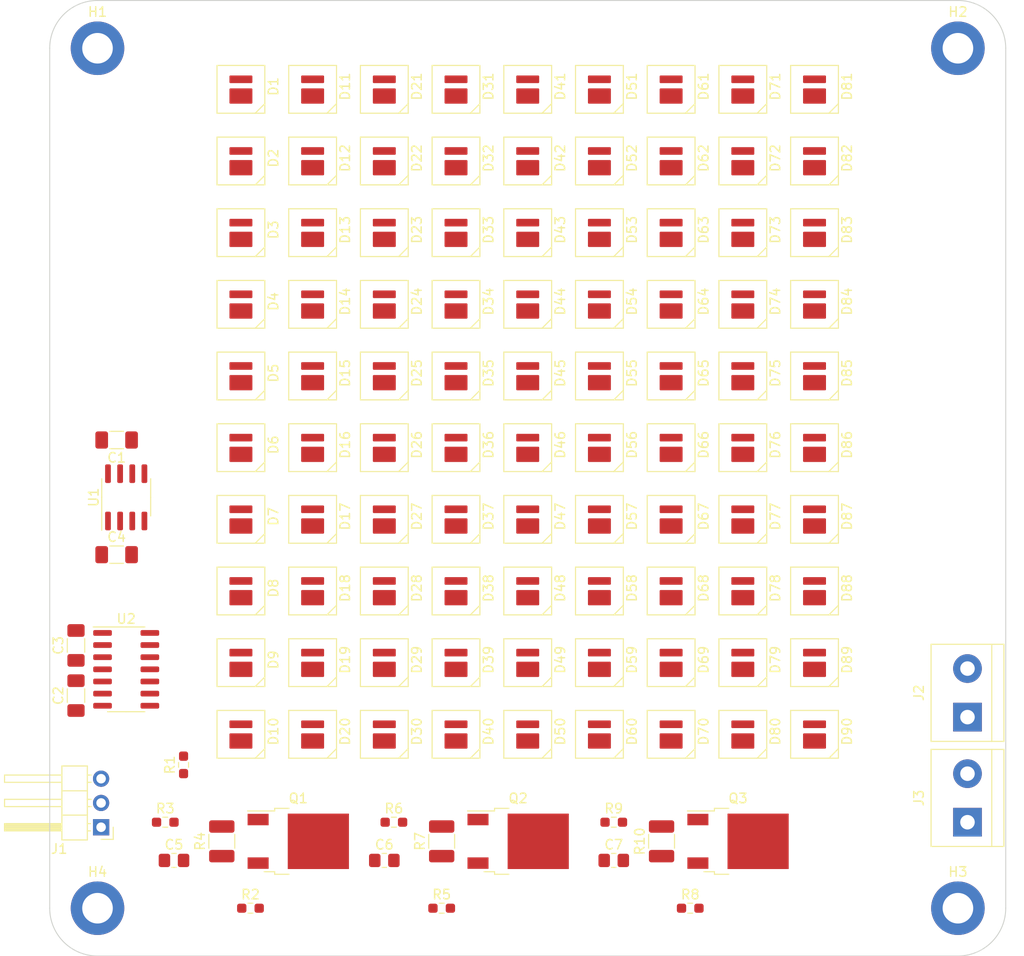
<source format=kicad_pcb>
(kicad_pcb (version 20211014) (generator pcbnew)
  (layers (0 "F.Cu" signal) (31 "B.Cu" signal) (34 "B.Paste" user) (35 "F.Paste" user) (36 "B.SilkS" user "B.Silkscreen") (37 "F.SilkS" user "F.Silkscreen") (38 "B.Mask" user) (39 "F.Mask" user) (44 "Edge.Cuts" user))
  (net 0 "")
  (net 1 "GND")
  (net 2 "+36V")
  (net 3 "+24V")
  (net 4 "Net-(C5-Pad1)")
  (net 5 "Net-(C5-Pad2)")
  (net 6 "Net-(C6-Pad1)")
  (net 7 "Net-(C6-Pad2)")
  (net 8 "Net-(C7-Pad1)")
  (net 9 "Net-(C7-Pad2)")
  (net 10 "Net-(D1-Pad1)")
  (net 11 "Net-(D2-Pad1)")
  (net 12 "Net-(D3-Pad1)")
  (net 13 "Net-(D4-Pad1)")
  (net 14 "Net-(D5-Pad1)")
  (net 15 "Net-(D6-Pad1)")
  (net 16 "Net-(D7-Pad1)")
  (net 17 "Net-(D8-Pad1)")
  (net 18 "Net-(D10-Pad2)")
  (net 19 "Net-(D10-Pad1)")
  (net 20 "Net-(D11-Pad1)")
  (net 21 "Net-(D12-Pad1)")
  (net 22 "Net-(D13-Pad1)")
  (net 23 "Net-(D14-Pad1)")
  (net 24 "Net-(D15-Pad1)")
  (net 25 "Net-(D16-Pad1)")
  (net 26 "Net-(D17-Pad1)")
  (net 27 "Net-(D18-Pad1)")
  (net 28 "Net-(D19-Pad1)")
  (net 29 "Net-(D21-Pad1)")
  (net 30 "Net-(D22-Pad1)")
  (net 31 "Net-(D23-Pad1)")
  (net 32 "Net-(D24-Pad1)")
  (net 33 "Net-(D25-Pad1)")
  (net 34 "Net-(D26-Pad1)")
  (net 35 "Net-(D27-Pad1)")
  (net 36 "Net-(D28-Pad1)")
  (net 37 "Net-(D29-Pad1)")
  (net 38 "Net-(D31-Pad1)")
  (net 39 "Net-(D32-Pad1)")
  (net 40 "Net-(D33-Pad1)")
  (net 41 "Net-(D34-Pad1)")
  (net 42 "Net-(D35-Pad1)")
  (net 43 "Net-(D36-Pad1)")
  (net 44 "Net-(D37-Pad1)")
  (net 45 "Net-(D38-Pad1)")
  (net 46 "Net-(D39-Pad1)")
  (net 47 "Net-(D40-Pad1)")
  (net 48 "Net-(D41-Pad1)")
  (net 49 "Net-(D42-Pad1)")
  (net 50 "Net-(D43-Pad1)")
  (net 51 "Net-(D44-Pad1)")
  (net 52 "Net-(D45-Pad1)")
  (net 53 "Net-(D46-Pad1)")
  (net 54 "Net-(D47-Pad1)")
  (net 55 "Net-(D48-Pad1)")
  (net 56 "Net-(D49-Pad1)")
  (net 57 "Net-(D51-Pad1)")
  (net 58 "Net-(D52-Pad1)")
  (net 59 "Net-(D53-Pad1)")
  (net 60 "Net-(D54-Pad1)")
  (net 61 "Net-(D55-Pad1)")
  (net 62 "Net-(D56-Pad1)")
  (net 63 "Net-(D57-Pad1)")
  (net 64 "Net-(D58-Pad1)")
  (net 65 "Net-(D59-Pad1)")
  (net 66 "Net-(D61-Pad1)")
  (net 67 "Net-(D62-Pad1)")
  (net 68 "Net-(D63-Pad1)")
  (net 69 "Net-(D64-Pad1)")
  (net 70 "Net-(D65-Pad1)")
  (net 71 "Net-(D66-Pad1)")
  (net 72 "Net-(D67-Pad1)")
  (net 73 "Net-(D68-Pad1)")
  (net 74 "Net-(D69-Pad1)")
  (net 75 "Net-(D70-Pad1)")
  (net 76 "Net-(D71-Pad1)")
  (net 77 "Net-(D72-Pad1)")
  (net 78 "Net-(D73-Pad1)")
  (net 79 "Net-(D74-Pad1)")
  (net 80 "Net-(D75-Pad1)")
  (net 81 "Net-(D76-Pad1)")
  (net 82 "Net-(D77-Pad1)")
  (net 83 "Net-(D78-Pad1)")
  (net 84 "Net-(D79-Pad1)")
  (net 85 "Net-(D81-Pad1)")
  (net 86 "Net-(D82-Pad1)")
  (net 87 "Net-(D83-Pad1)")
  (net 88 "Net-(D84-Pad1)")
  (net 89 "Net-(D85-Pad1)")
  (net 90 "Net-(D86-Pad1)")
  (net 91 "Net-(D87-Pad1)")
  (net 92 "Net-(D88-Pad1)")
  (net 93 "Net-(D89-Pad1)")
  (net 94 "Net-(J1-Pad2)")
  (net 95 "Net-(Q1-Pad1)")
  (net 96 "Net-(Q1-Pad3)")
  (net 97 "Net-(Q2-Pad1)")
  (net 98 "Net-(Q2-Pad3)")
  (net 99 "Net-(Q3-Pad1)")
  (net 100 "Net-(Q3-Pad3)")
  (net 101 "Net-(R1-Pad1)")
  (net 102 "/I_SET")
  (footprint "ClementsFootprints:LED_1212_3030METRIC_MP-3030" (layer "F.Cu") (at 150 59 90)
    (fp_text reference "D41" (at 0 3.4 90 unlocked) (layer "F.SilkS"))
    (fp_text value "3000k LED")
    (pad "1" smd roundrect (at -1 0 90) (size 1.6 2.4) (layers "F.Cu" "F.Paste" "F.Mask") (roundrect_rratio 0.0625) (net 48 "Net-(D41-Pad1)"))
    (pad "2" smd roundrect (at 0.75 0 90) (size 0.8 2.4) (layers "F.Cu" "F.Paste" "F.Mask") (roundrect_rratio 0.125) (net 2 "+36V"))
  )
  (footprint "ClementsFootprints:LED_1212_3030METRIC_MP-3030" (layer "F.Cu") (at 142.5 111.5 90)
    (fp_text reference "D38" (at 0 3.4 90 unlocked) (layer "F.SilkS"))
    (fp_text value "3000k LED")
    (pad "1" smd roundrect (at -1 0 90) (size 1.6 2.4) (layers "F.Cu" "F.Paste" "F.Mask") (roundrect_rratio 0.0625) (net 45 "Net-(D38-Pad1)"))
    (pad "2" smd roundrect (at 0.75 0 90) (size 0.8 2.4) (layers "F.Cu" "F.Paste" "F.Mask") (roundrect_rratio 0.125) (net 44 "Net-(D37-Pad1)"))
  )
  (footprint "Resistor_SMD:R_0603_1608Metric_Pad0.98x0.95mm_HandSolder" (layer "F.Cu") (at 112.0875 136)
    (fp_text reference "R3" (at 0 -1.43) (layer "F.SilkS"))
    (fp_text value "100R")
    (pad "1" smd roundrect (at -0.9125 0) (size 0.975 0.95) (layers "F.Cu" "F.Paste" "F.Mask") (net 4 "Net-(C5-Pad1)"))
    (pad "2" smd roundrect (at 0.9125 0) (size 0.975 0.95) (layers "F.Cu" "F.Paste" "F.Mask") (net 95 "Net-(Q1-Pad1)"))
  )
  (footprint "ClementsFootprints:LED_1212_3030METRIC_MP-3030" (layer "F.Cu") (at 165 96.5 90)
    (fp_text reference "D66" (at 0 3.4 90 unlocked) (layer "F.SilkS"))
    (fp_text value "3000k LED")
    (pad "1" smd roundrect (at -1 0 90) (size 1.6 2.4) (layers "F.Cu" "F.Paste" "F.Mask") (roundrect_rratio 0.0625) (net 71 "Net-(D66-Pad1)"))
    (pad "2" smd roundrect (at 0.75 0 90) (size 0.8 2.4) (layers "F.Cu" "F.Paste" "F.Mask") (roundrect_rratio 0.125) (net 70 "Net-(D65-Pad1)"))
  )
  (footprint "ClementsFootprints:LED_1212_3030METRIC_MP-3030" (layer "F.Cu") (at 120 74 90)
    (fp_text reference "D3" (at 0 3.4 90 unlocked) (layer "F.SilkS"))
    (fp_text value "3000k LED")
    (pad "1" smd roundrect (at -1 0 90) (size 1.6 2.4) (layers "F.Cu" "F.Paste" "F.Mask") (roundrect_rratio 0.0625) (net 12 "Net-(D3-Pad1)"))
    (pad "2" smd roundrect (at 0.75 0 90) (size 0.8 2.4) (layers "F.Cu" "F.Paste" "F.Mask") (roundrect_rratio 0.125) (net 11 "Net-(D2-Pad1)"))
  )
  (footprint "ClementsFootprints:LED_1212_3030METRIC_MP-3030" (layer "F.Cu") (at 127.5 59 90)
    (fp_text reference "D11" (at 0 3.4 90 unlocked) (layer "F.SilkS"))
    (fp_text value "3000k LED")
    (pad "1" smd roundrect (at -1 0 90) (size 1.6 2.4) (layers "F.Cu" "F.Paste" "F.Mask") (roundrect_rratio 0.0625) (net 20 "Net-(D11-Pad1)"))
    (pad "2" smd roundrect (at 0.75 0 90) (size 0.8 2.4) (layers "F.Cu" "F.Paste" "F.Mask") (roundrect_rratio 0.125) (net 2 "+36V"))
  )
  (footprint "ClementsFootprints:LED_1212_3030METRIC_MP-3030" (layer "F.Cu") (at 150 111.5 90)
    (fp_text reference "D48" (at 0 3.4 90 unlocked) (layer "F.SilkS"))
    (fp_text value "3000k LED")
    (pad "1" smd roundrect (at -1 0 90) (size 1.6 2.4) (layers "F.Cu" "F.Paste" "F.Mask") (roundrect_rratio 0.0625) (net 55 "Net-(D48-Pad1)"))
    (pad "2" smd roundrect (at 0.75 0 90) (size 0.8 2.4) (layers "F.Cu" "F.Paste" "F.Mask") (roundrect_rratio 0.125) (net 54 "Net-(D47-Pad1)"))
  )
  (footprint "Resistor_SMD:R_0805_2012Metric_Pad1.20x1.40mm_HandSolder" (layer "F.Cu") (at 113 140)
    (fp_text reference "C5" (at 0 -1.65) (layer "F.SilkS"))
    (fp_text value "10nF")
    (pad "1" smd roundrect (at -1 0) (size 1.2 1.4) (layers "F.Cu" "F.Paste" "F.Mask") (roundrect_rratio 0.208333) (net 4 "Net-(C5-Pad1)"))
    (pad "2" smd roundrect (at 1 0) (size 1.2 1.4) (layers "F.Cu" "F.Paste" "F.Mask") (roundrect_rratio 0.208333) (net 5 "Net-(C5-Pad2)"))
  )
  (footprint "ClementsFootprints:LED_1212_3030METRIC_MP-3030" (layer "F.Cu") (at 120 89 90)
    (fp_text reference "D5" (at 0 3.4 90 unlocked) (layer "F.SilkS"))
    (fp_text value "3000k LED")
    (pad "1" smd roundrect (at -1 0 90) (size 1.6 2.4) (layers "F.Cu" "F.Paste" "F.Mask") (roundrect_rratio 0.0625) (net 14 "Net-(D5-Pad1)"))
    (pad "2" smd roundrect (at 0.75 0 90) (size 0.8 2.4) (layers "F.Cu" "F.Paste" "F.Mask") (roundrect_rratio 0.125) (net 13 "Net-(D4-Pad1)"))
  )
  (footprint "ClementsFootprints:LED_1212_3030METRIC_MP-3030" (layer "F.Cu") (at 180 74 90)
    (fp_text reference "D83" (at 0 3.4 90 unlocked) (layer "F.SilkS"))
    (fp_text value "3000k LED")
    (pad "1" smd roundrect (at -1 0 90) (size 1.6 2.4) (layers "F.Cu" "F.Paste" "F.Mask") (roundrect_rratio 0.0625) (net 87 "Net-(D83-Pad1)"))
    (pad "2" smd roundrect (at 0.75 0 90) (size 0.8 2.4) (layers "F.Cu" "F.Paste" "F.Mask") (roundrect_rratio 0.125) (net 86 "Net-(D82-Pad1)"))
  )
  (footprint "ClementsFootprints:LED_1212_3030METRIC_MP-3030" (layer "F.Cu") (at 120 104 90)
    (fp_text reference "D7" (at 0 3.4 90 unlocked) (layer "F.SilkS"))
    (fp_text value "3000k LED")
    (pad "1" smd roundrect (at -1 0 90) (size 1.6 2.4) (layers "F.Cu" "F.Paste" "F.Mask") (roundrect_rratio 0.0625) (net 16 "Net-(D7-Pad1)"))
    (pad "2" smd roundrect (at 0.75 0 90) (size 0.8 2.4) (layers "F.Cu" "F.Paste" "F.Mask") (roundrect_rratio 0.125) (net 15 "Net-(D6-Pad1)"))
  )
  (footprint "ClementsFootprints:LED_1212_3030METRIC_MP-3030" (layer "F.Cu") (at 180 81.5 90)
    (fp_text reference "D84" (at 0 3.4 90 unlocked) (layer "F.SilkS"))
    (fp_text value "3000k LED")
    (pad "1" smd roundrect (at -1 0 90) (size 1.6 2.4) (layers "F.Cu" "F.Paste" "F.Mask") (roundrect_rratio 0.0625) (net 88 "Net-(D84-Pad1)"))
    (pad "2" smd roundrect (at 0.75 0 90) (size 0.8 2.4) (layers "F.Cu" "F.Paste" "F.Mask") (roundrect_rratio 0.125) (net 87 "Net-(D83-Pad1)"))
  )
  (footprint "ClementsFootprints:LED_1212_3030METRIC_MP-3030" (layer "F.Cu") (at 127.5 96.5 90)
    (fp_text reference "D16" (at 0 3.4 90 unlocked) (layer "F.SilkS"))
    (fp_text value "3000k LED")
    (pad "1" smd roundrect (at -1 0 90) (size 1.6 2.4) (layers "F.Cu" "F.Paste" "F.Mask") (roundrect_rratio 0.0625) (net 25 "Net-(D16-Pad1)"))
    (pad "2" smd roundrect (at 0.75 0 90) (size 0.8 2.4) (layers "F.Cu" "F.Paste" "F.Mask") (roundrect_rratio 0.125) (net 24 "Net-(D15-Pad1)"))
  )
  (footprint "Resistor_SMD:R_1210_3225Metric_Pad1.30x2.65mm_HandSolder" (layer "F.Cu") (at 141 138 90)
    (fp_text reference "R7" (at 0 -2.28 90) (layer "F.SilkS"))
    (fp_text value "1R")
    (pad "1" smd roundrect (at -1.55 0 90) (size 1.3 2.65) (layers "F.Cu" "F.Paste" "F.Mask") (roundrect_rratio 0.192308) (net 98 "Net-(Q2-Pad3)"))
    (pad "2" smd roundrect (at 1.55 0 90) (size 1.3 2.65) (layers "F.Cu" "F.Paste" "F.Mask") (roundrect_rratio 0.192308) (net 1 "GND"))
  )
  (footprint "ClementsFootprints:LED_1212_3030METRIC_MP-3030" (layer "F.Cu") (at 165 74 90)
    (fp_text reference "D63" (at 0 3.4 90 unlocked) (layer "F.SilkS"))
    (fp_text value "3000k LED")
    (pad "1" smd roundrect (at -1 0 90) (size 1.6 2.4) (layers "F.Cu" "F.Paste" "F.Mask") (roundrect_rratio 0.0625) (net 68 "Net-(D63-Pad1)"))
    (pad "2" smd roundrect (at 0.75 0 90) (size 0.8 2.4) (layers "F.Cu" "F.Paste" "F.Mask") (roundrect_rratio 0.125) (net 67 "Net-(D62-Pad1)"))
  )
  (footprint "ClementsFootprints:LED_1212_3030METRIC_MP-3030" (layer "F.Cu") (at 127.5 66.5 90)
    (fp_text reference "D12" (at 0 3.4 90 unlocked) (layer "F.SilkS"))
    (fp_text value "3000k LED")
    (pad "1" smd roundrect (at -1 0 90) (size 1.6 2.4) (layers "F.Cu" "F.Paste" "F.Mask") (roundrect_rratio 0.0625) (net 21 "Net-(D12-Pad1)"))
    (pad "2" smd roundrect (at 0.75 0 90) (size 0.8 2.4) (layers "F.Cu" "F.Paste" "F.Mask") (roundrect_rratio 0.125) (net 20 "Net-(D11-Pad1)"))
  )
  (footprint "Capacitor_SMD:C_1206_3216Metric_Pad1.33x1.80mm_HandSolder" (layer "F.Cu") (at 107 96 180)
    (fp_text reference "C1" (at 0 -1.85) (layer "F.SilkS"))
    (fp_text value "100nF")
    (pad "1" smd roundrect (at -1.5625 0 180) (size 1.325 1.8) (layers "F.Cu" "F.Paste" "F.Mask") (roundrect_rratio 0.188679) (net 1 "GND"))
    (pad "2" smd roundrect (at 1.5625 0 180) (size 1.325 1.8) (layers "F.Cu" "F.Paste" "F.Mask") (roundrect_rratio 0.188679) (net 2 "+36V"))
  )
  (footprint "Resistor_SMD:R_0603_1608Metric_Pad0.98x0.95mm_HandSolder" (layer "F.Cu") (at 114 130 90)
    (fp_text reference "R1" (at 0 -1.43 90) (layer "F.SilkS"))
    (fp_text value "0R")
    (pad "1" smd roundrect (at -0.9125 0 90) (size 0.975 0.95) (layers "F.Cu" "F.Paste" "F.Mask") (net 101 "Net-(R1-Pad1)"))
    (pad "2" smd roundrect (at 0.9125 0 90) (size 0.975 0.95) (layers "F.Cu" "F.Paste" "F.Mask") (net 102 "/I_SET"))
  )
  (footprint "Connector_PinHeader_2.54mm:PinHeader_1x03_P2.54mm_Horizontal" (layer "F.Cu") (at 105.375 136.525 180)
    (fp_text reference "J1" (at 4.385 -2.27) (layer "F.SilkS"))
    (fp_text value "Conn_01x03")
    (pad "1" thru_hole rect (at 0 0 180) (size 1.7 1.7) (drill 1) (layers *.Cu *.Mask) (net 1 "GND"))
    (pad "2" thru_hole oval (at 0 2.54 180) (size 1.7 1.7) (drill 1) (layers *.Cu *.Mask) (net 94 "Net-(J1-Pad2)"))
    (pad "3" thru_hole oval (at 0 5.08 180) (size 1.7 1.7) (drill 1) (layers *.Cu *.Mask) (net 3 "+24V"))
  )
  (footprint "ClementsFootprints:LED_1212_3030METRIC_MP-3030" (layer "F.Cu") (at 142.5 96.5 90)
    (fp_text reference "D36" (at 0 3.4 90 unlocked) (layer "F.SilkS"))
    (fp_text value "3000k LED")
    (pad "1" smd roundrect (at -1 0 90) (size 1.6 2.4) (layers "F.Cu" "F.Paste" "F.Mask") (roundrect_rratio 0.0625) (net 43 "Net-(D36-Pad1)"))
    (pad "2" smd roundrect (at 0.75 0 90) (size 0.8 2.4) (layers "F.Cu" "F.Paste" "F.Mask") (roundrect_rratio 0.125) (net 42 "Net-(D35-Pad1)"))
  )
  (footprint "ClementsFootprints:LED_1212_3030METRIC_MP-3030" (layer "F.Cu") (at 135 81.5 90)
    (fp_text reference "D24" (at 0 3.4 90 unlocked) (layer "F.SilkS"))
    (fp_text value "3000k LED")
    (pad "1" smd roundrect (at -1 0 90) (size 1.6 2.4) (layers "F.Cu" "F.Paste" "F.Mask") (roundrect_rratio 0.0625) (net 32 "Net-(D24-Pad1)"))
    (pad "2" smd roundrect (at 0.75 0 90) (size 0.8 2.4) (layers "F.Cu" "F.Paste" "F.Mask") (roundrect_rratio 0.125) (net 31 "Net-(D23-Pad1)"))
  )
  (footprint "TerminalBlock:TerminalBlock_bornier-2_P5.08mm" (layer "F.Cu") (at 196 136 90)
    (fp_text reference "J3" (at 2.54 -5.08 90) (layer "F.SilkS"))
    (fp_text value "Screw_Terminal_01x02")
    (pad "1" thru_hole rect (at 0 0 90) (size 3 3) (drill 1.52) (layers *.Cu *.Mask) (net 1 "GND"))
    (pad "2" thru_hole circle (at 5.08 0 90) (size 3 3) (drill 1.52) (layers *.Cu *.Mask) (net 1 "GND"))
  )
  (footprint "ClementsFootprints:LED_1212_3030METRIC_MP-3030" (layer "F.Cu") (at 180 59 90)
    (fp_text reference "D81" (at 0 3.4 90 unlocked) (layer "F.SilkS"))
    (fp_text value "3000k LED")
    (pad "1" smd roundrect (at -1 0 90) (size 1.6 2.4) (layers "F.Cu" "F.Paste" "F.Mask") (roundrect_rratio 0.0625) (net 85 "Net-(D81-Pad1)"))
    (pad "2" smd roundrect (at 0.75 0 90) (size 0.8 2.4) (layers "F.Cu" "F.Paste" "F.Mask") (roundrect_rratio 0.125) (net 2 "+36V"))
  )
  (footprint "ClementsFootprints:LED_1212_3030METRIC_MP-3030" (layer "F.Cu") (at 157.5 111.5 90)
    (fp_text reference "D58" (at 0 3.4 90 unlocked) (layer "F.SilkS"))
    (fp_text value "3000k LED")
    (pad "1" smd roundrect (at -1 0 90) (size 1.6 2.4) (layers "F.Cu" "F.Paste" "F.Mask") (roundrect_rratio 0.0625) (net 64 "Net-(D58-Pad1)"))
    (pad "2" smd roundrect (at 0.75 0 90) (size 0.8 2.4) (layers "F.Cu" "F.Paste" "F.Mask") (roundrect_rratio 0.125) (net 63 "Net-(D57-Pad1)"))
  )
  (footprint "ClementsFootprints:LED_1212_3030METRIC_MP-3030" (layer "F.Cu") (at 127.5 74 90)
    (fp_text reference "D13" (at 0 3.4 90 unlocked) (layer "F.SilkS"))
    (fp_text value "3000k LED")
    (pad "1" smd roundrect (at -1 0 90) (size 1.6 2.4) (layers "F.Cu" "F.Paste" "F.Mask") (roundrect_rratio 0.0625) (net 22 "Net-(D13-Pad1)"))
    (pad "2" smd roundrect (at 0.75 0 90) (size 0.8 2.4) (layers "F.Cu" "F.Paste" "F.Mask") (roundrect_rratio 0.125) (net 21 "Net-(D12-Pad1)"))
  )
  (footprint "ClementsFootprints:LED_1212_3030METRIC_MP-3030" (layer "F.Cu") (at 180 89 90)
    (fp_text reference "D85" (at 0 3.4 90 unlocked) (layer "F.SilkS"))
    (fp_text value "3000k LED")
    (pad "1" smd roundrect (at -1 0 90) (size 1.6 2.4) (layers "F.Cu" "F.Paste" "F.Mask") (roundrect_rratio 0.0625) (net 89 "Net-(D85-Pad1)"))
    (pad "2" smd roundrect (at 0.75 0 90) (size 0.8 2.4) (layers "F.Cu" "F.Paste" "F.Mask") (roundrect_rratio 0.125) (net 88 "Net-(D84-Pad1)"))
  )
  (footprint "ClementsFootprints:LED_1212_3030METRIC_MP-3030" (layer "F.Cu") (at 142.5 119 90)
    (fp_text reference "D39" (at 0 3.4 90 unlocked) (layer "F.SilkS"))
    (fp_text value "3000k LED")
    (pad "1" smd roundrect (at -1 0 90) (size 1.6 2.4) (layers "F.Cu" "F.Paste" "F.Mask") (roundrect_rratio 0.0625) (net 46 "Net-(D39-Pad1)"))
    (pad "2" smd roundrect (at 0.75 0 90) (size 0.8 2.4) (layers "F.Cu" "F.Paste" "F.Mask") (roundrect_rratio 0.125) (net 45 "Net-(D38-Pad1)"))
  )
  (footprint "ClementsFootprints:LED_1212_3030METRIC_MP-3030" (layer "F.Cu") (at 135 59 90)
    (fp_text reference "D21" (at 0 3.4 90 unlocked) (layer "F.SilkS"))
    (fp_text value "3000k LED")
    (pad "1" smd roundrect (at -1 0 90) (size 1.6 2.4) (layers "F.Cu" "F.Paste" "F.Mask") (roundrect_rratio 0.0625) (net 29 "Net-(D21-Pad1)"))
    (pad "2" smd roundrect (at 0.75 0 90) (size 0.8 2.4) (layers "F.Cu" "F.Paste" "F.Mask") (roundrect_rratio 0.125) (net 2 "+36V"))
  )
  (footprint "Package_SO:SOIC-14_3.9x8.7mm_P1.27mm" (layer "F.Cu") (at 108 120)
    (fp_text reference "U2" (at 0 -5.28) (layer "F.SilkS"))
    (fp_text value "LM324")
    (pad "1" smd roundrect (at -2.475 -3.81) (size 1.95 0.6) (layers "F.Cu" "F.Paste" "F.Mask") (net 4 "Net-(C5-Pad1)"))
    (pad "2" smd roundrect (at -2.475 -2.54) (size 1.95 0.6) (layers "F.Cu" "F.Paste" "F.Mask") (net 5 "Net-(C5-Pad2)"))
    (pad "3" smd roundrect (at -2.475 -1.27) (size 1.95 0.6) (layers "F.Cu" "F.Paste" "F.Mask") (net 102 "/I_SET"))
    (pad "4" smd roundrect (at -2.475 0) (size 1.95 0.6) (layers "F.Cu" "F.Paste" "F.Mask") (net 3 "+24V"))
    (pad "5" smd roundrect (at -2.475 1.27) (size 1.95 0.6) (layers "F.Cu" "F.Paste" "F.Mask") (net 102 "/I_SET"))
    (pad "6" smd roundrect (at -2.475 2.54) (size 1.95 0.6) (layers "F.Cu" "F.Paste" "F.Mask") (net 7 "Net-(C6-Pad2)"))
    (pad "7" smd roundrect (at -2.475 3.81) (size 1.95 0.6) (layers "F.Cu" "F.Paste" "F.Mask") (net 6 "Net-(C6-Pad1)"))
    (pad "8" smd roundrect (at 2.475 3.81) (size 1.95 0.6) (layers "F.Cu" "F.Paste" "F.Mask") (net 8 "Net-(C7-Pad1)"))
    (pad "9" smd roundrect (at 2.475 2.54) (size 1.95 0.6) (layers "F.Cu" "F.Paste" "F.Mask") (net 9 "Net-(C7-Pad2)"))
    (pad "10" smd roundrect (at 2.475 1.27) (size 1.95 0.6) (layers "F.Cu" "F.Paste" "F.Mask") (net 102 "/I_SET"))
    (pad "11" smd roundrect (at 2.475 0) (size 1.95 0.6) (layers "F.Cu" "F.Paste" "F.Mask") (net 1 "GND"))
    (pad "12" smd roundrect (at 2.475 -1.27) (size 1.95 0.6) (layers "F.Cu" "F.Paste" "F.Mask") (net 94 "Net-(J1-Pad2)"))
    (pad "13" smd roundrect (at 2.475 -2.54) (size 1.95 0.6) (layers "F.Cu" "F.Paste" "F.Mask") (net 101 "Net-(R1-Pad1)"))
    (pad "14" smd roundrect (at 2.475 -3.81) (size 1.95 0.6) (layers "F.Cu" "F.Paste" "F.Mask") (net 101 "Net-(R1-Pad1)"))
  )
  (footprint "ClementsFootprints:LED_1212_3030METRIC_MP-3030" (layer "F.Cu") (at 157.5 96.5 90)
    (fp_text reference "D56" (at 0 3.4 90 unlocked) (layer "F.SilkS"))
    (fp_text value "3000k LED")
    (pad "1" smd roundrect (at -1 0 90) (size 1.6 2.4) (layers "F.Cu" "F.Paste" "F.Mask") (roundrect_rratio 0.0625) (net 62 "Net-(D56-Pad1)"))
    (pad "2" smd roundrect (at 0.75 0 90) (size 0.8 2.4) (layers "F.Cu" "F.Paste" "F.Mask") (roundrect_rratio 0.125) (net 61 "Net-(D55-Pad1)"))
  )
  (footprint "ClementsFootprints:LED_1212_3030METRIC_MP-3030" (layer "F.Cu") (at 157.5 119 90)
    (fp_text reference "D59" (at 0 3.4 90 unlocked) (layer "F.SilkS"))
    (fp_text value "3000k LED")
    (pad "1" smd roundrect (at -1 0 90) (size 1.6 2.4) (layers "F.Cu" "F.Paste" "F.Mask") (roundrect_rratio 0.0625) (net 65 "Net-(D59-Pad1)"))
    (pad "2" smd roundrect (at 0.75 0 90) (size 0.8 2.4) (layers "F.Cu" "F.Paste" "F.Mask") (roundrect_rratio 0.125) (net 64 "Net-(D58-Pad1)"))
  )
  (footprint "ClementsFootprints:LED_1212_3030METRIC_MP-3030" (layer "F.Cu") (at 157.5 89 90)
    (fp_text reference "D55" (at 0 3.4 90 unlocked) (layer "F.SilkS"))
    (fp_text value "3000k LED")
    (pad "1" smd roundrect (at -1 0 90) (size 1.6 2.4) (layers "F.Cu" "F.Paste" "F.Mask") (roundrect_rratio 0.0625) (net 61 "Net-(D55-Pad1)"))
    (pad "2" smd roundrect (at 0.75 0 90) (size 0.8 2.4) (layers "F.Cu" "F.Paste" "F.Mask") (roundrect_rratio 0.125) (net 60 "Net-(D54-Pad1)"))
  )
  (footprint "ClementsFootprints:LED_1212_3030METRIC_MP-3030" (layer "F.Cu") (at 180 66.5 90)
    (fp_text reference "D82" (at 0 3.4 90 unlocked) (layer "F.SilkS"))
    (fp_text value "3000k LED")
    (pad "1" smd roundrect (at -1 0 90) (size 1.6 2.4) (layers "F.Cu" "F.Paste" "F.Mask") (roundrect_rratio 0.0625) (net 86 "Net-(D82-Pad1)"))
    (pad "2" smd roundrect (at 0.75 0 90) (size 0.8 2.4) (layers "F.Cu" "F.Paste" "F.Mask") (roundrect_rratio 0.125) (net 85 "Net-(D81-Pad1)"))
  )
  (footprint "ClementsFootprints:LED_1212_3030METRIC_MP-3030" (layer "F.Cu") (at 172.5 126.5 90)
    (fp_text reference "D80" (at 0 3.4 90 unlocked) (layer "F.SilkS"))
    (fp_text value "3000k LED")
    (pad "1" smd roundrect (at -1 0 90) (size 1.6 2.4) (layers "F.Cu" "F.Paste" "F.Mask") (roundrect_rratio 0.0625) (net 75 "Net-(D70-Pad1)"))
    (pad "2" smd roundrect (at 0.75 0 90) (size 0.8 2.4) (layers "F.Cu" "F.Paste" "F.Mask") (roundrect_rratio 0.125) (net 84 "Net-(D79-Pad1)"))
  )
  (footprint "ClementsFootprints:LED_1212_3030METRIC_MP-3030" (layer "F.Cu") (at 180 111.5 90)
    (fp_text reference "D88" (at 0 3.4 90 unlocked) (layer "F.SilkS"))
    (fp_text value "3000k LED")
    (pad "1" smd roundrect (at -1 0 90) (size 1.6 2.4) (layers "F.Cu" "F.Paste" "F.Mask") (roundrect_rratio 0.0625) (net 92 "Net-(D88-Pad1)"))
    (pad "2" smd roundrect (at 0.75 0 90) (size 0.8 2.4) (layers "F.Cu" "F.Paste" "F.Mask") (roundrect_rratio 0.125) (net 91 "Net-(D87-Pad1)"))
  )
  (footprint "MountingHole:MountingHole_3.2mm_M3_DIN965_Pad_TopBottom" (layer "F.Cu") (at 195 55)
    (fp_text reference "H2" (at 0 -3.8) (layer "F.SilkS"))
    (fp_text value "MountingHole_Pad")
    (pad "1" connect circle (at 0 0) (size 5.6 5.6) (layers "F.Cu" "F.Mask") (net 1 "GND"))
    (pad "1" connect circle (at 0 0) (size 5.6 5.6) (layers "B.Cu" "B.Mask") (net 1 "GND"))
    (pad "1" thru_hole circle (at 0 0) (size 3.6 3.6) (drill 3.2) (layers *.Cu *.Mask) (net 1 "GND"))
  )
  (footprint "ClementsFootprints:LED_1212_3030METRIC_MP-3030" (layer "F.Cu") (at 172.5 81.5 90)
    (fp_text reference "D74" (at 0 3.4 90 unlocked) (layer "F.SilkS"))
    (fp_text value "3000k LED")
    (pad "1" smd roundrect (at -1 0 90) (size 1.6 2.4) (layers "F.Cu" "F.Paste" "F.Mask") (roundrect_rratio 0.0625) (net 79 "Net-(D74-Pad1)"))
    (pad "2" smd roundrect (at 0.75 0 90) (size 0.8 2.4) (layers "F.Cu" "F.Paste" "F.Mask") (roundrect_rratio 0.125) (net 78 "Net-(D73-Pad1)"))
  )
  (footprint "ClementsFootprints:LED_1212_3030METRIC_MP-3030" (layer "F.Cu") (at 135 126.5 90)
    (fp_text reference "D30" (at 0 3.4 90 unlocked) (layer "F.SilkS"))
    (fp_text value "3000k LED")
    (pad "1" smd roundrect (at -1 0 90) (size 1.6 2.4) (layers "F.Cu" "F.Paste" "F.Mask") (roundrect_rratio 0.0625) (net 19 "Net-(D10-Pad1)"))
    (pad "2" smd roundrect (at 0.75 0 90) (size 0.8 2.4) (layers "F.Cu" "F.Paste" "F.Mask") (roundrect_rratio 0.125) (net 37 "Net-(D29-Pad1)"))
  )
  (footprint "ClementsFootprints:LED_1212_3030METRIC_MP-3030" (layer "F.Cu") (at 135 74 90)
    (fp_text reference "D23" (at 0 3.4 90 unlocked) (layer "F.SilkS"))
    (fp_text value "3000k LED")
    (pad "1" smd roundrect (at -1 0 90) (size 1.6 2.4) (layers "F.Cu" "F.Paste" "F.Mask") (roundrect_rratio 0.0625) (net 31 "Net-(D23-Pad1)"))
    (pad "2" smd roundrect (at 0.75 0 90) (size 0.8 2.4) (layers "F.Cu" "F.Paste" "F.Mask") (roundrect_rratio 0.125) (net 30 "Net-(D22-Pad1)"))
  )
  (footprint "ClementsFootprints:LED_1212_3030METRIC_MP-3030" (layer "F.Cu") (at 142.5 74 90)
    (fp_text reference "D33" (at 0 3.4 90 unlocked) (layer "F.SilkS"))
    (fp_text value "3000k LED")
    (pad "1" smd roundrect (at -1 0 90) (size 1.6 2.4) (layers "F.Cu" "F.Paste" "F.Mask") (roundrect_rratio 0.0625) (net 40 "Net-(D33-Pad1)"))
    (pad "2" smd roundrect (at 0.75 0 90) (size 0.8 2.4) (layers "F.Cu" "F.Paste" "F.Mask") (roundrect_rratio 0.125) (net 39 "Net-(D32-Pad1)"))
  )
  (footprint "MountingHole:MountingHole_3.2mm_M3_DIN965_Pad_TopBottom" (layer "F.Cu") (at 105 145)
    (fp_text reference "H4" (at 0 -3.8) (layer "F.SilkS"))
    (fp_text value "MountingHole_Pad")
    (pad "1" connect circle (at 0 0) (size 5.6 5.6) (layers "F.Cu" "F.Mask") (net 1 "GND"))
    (pad "1" connect circle (at 0 0) (size 5.6 5.6) (layers "B.Cu" "B.Mask") (net 1 "GND"))
    (pad "1" thru_hole circle (at 0 0) (size 3.6 3.6) (drill 3.2) (layers *.Cu *.Mask) (net 1 "GND"))
  )
  (footprint "ClementsFootprints:LED_1212_3030METRIC_MP-3030" (layer "F.Cu") (at 150 89 90)
    (fp_text reference "D45" (at 0 3.4 90 unlocked) (layer "F.SilkS"))
    (fp_text value "3000k LED")
    (pad "1" smd roundrect (at -1 0 90) (size 1.6 2.4) (layers "F.Cu" "F.Paste" "F.Mask") (roundrect_rratio 0.0625) (net 52 "Net-(D45-Pad1)"))
    (pad "2" smd roundrect (at 0.75 0 90) (size 0.8 2.4) (layers "F.Cu" "F.Paste" "F.Mask") (roundrect_rratio 0.125) (net 51 "Net-(D44-Pad1)"))
  )
  (footprint "ClementsFootprints:LED_1212_3030METRIC_MP-3030" (layer "F.Cu") (at 180 119 90)
    (fp_text reference "D89" (at 0 3.4 90 unlocked) (layer "F.SilkS"))
    (fp_text value "3000k LED")
    (pad "1" smd roundrect (at -1 0 90) (size 1.6 2.4) (layers "F.Cu" "F.Paste" "F.Mask") (roundrect_rratio 0.0625) (net 93 "Net-(D89-Pad1)"))
    (pad "2" smd roundrect (at 0.75 0 90) (size 0.8 2.4) (layers "F.Cu" "F.Paste" "F.Mask") (roundrect_rratio 0.125) (net 92 "Net-(D88-Pad1)"))
  )
  (footprint "Package_TO_SOT_SMD:TO-252-2" (layer "F.Cu") (at 149 138)
    (fp_text reference "Q2" (at 0 -4.5) (layer "F.SilkS"))
    (fp_text value "AOD4130")
    (pad "1" smd rect (at -4.2 -2.28) (size 2.2 1.2) (layers "F.Cu" "F.Paste" "F.Mask") (net 97 "Net-(Q2-Pad1)"))
    (pad "2" smd rect (at 2.1 0) (size 6.4 5.8) (layers "F.Cu" "F.Mask") (net 47 "Net-(D40-Pad1)"))
    (pad "3" smd rect (at -4.2 2.28) (size 2.2 1.2) (layers "F.Cu" "F.Paste" "F.Mask") (net 98 "Net-(Q2-Pad3)"))
  )
  (footprint "ClementsFootprints:LED_1212_3030METRIC_MP-3030" (layer "F.Cu") (at 127.5 81.5 90)
    (fp_text reference "D14" (at 0 3.4 90 unlocked) (layer "F.SilkS"))
    (fp_text value "3000k LED")
    (pad "1" smd roundrect (at -1 0 90) (size 1.6 2.4) (layers "F.Cu" "F.Paste" "F.Mask") (roundrect_rratio 0.0625) (net 23 "Net-(D14-Pad1)"))
    (pad "2" smd roundrect (at 0.75 0 90) (size 0.8 2.4) (layers "F.Cu" "F.Paste" "F.Mask") (roundrect_rratio 0.125) (net 22 "Net-(D13-Pad1)"))
  )
  (footprint "ClementsFootprints:LED_1212_3030METRIC_MP-3030" (layer "F.Cu") (at 142.5 66.5 90)
    (fp_text reference "D32" (at 0 3.4 90 unlocked) (layer "F.SilkS"))
    (fp_text value "3000k LED")
    (pad "1" smd roundrect (at -1 0 90) (size 1.6 2.4) (layers "F.Cu" "F.Paste" "F.Mask") (roundrect_rratio 0.0625) (net 39 "Net-(D32-Pad1)"))
    (pad "2" smd roundrect (at 0.75 0 90) (size 0.8 2.4) (layers "F.Cu" "F.Paste" "F.Mask") (roundrect_rratio 0.125) (net 38 "Net-(D31-Pad1)"))
  )
  (footprint "MountingHole:MountingHole_3.2mm_M3_DIN965_Pad_TopBottom" (layer "F.Cu") (at 195 145)
    (fp_text reference "H3" (at 0 -3.8) (layer "F.SilkS"))
    (fp_text value "MountingHole_Pad")
    (pad "1" thru_hole circle (at 0 0) (size 3.6 3.6) (drill 3.2) (layers *.Cu *.Mask) (net 1 "GND"))
    (pad "1" connect circle (at 0 0) (size 5.6 5.6) (layers "F.Cu" "F.Mask") (net 1 "GND"))
    (pad "1" connect circle (at 0 0) (size 5.6 5.6) (layers "B.Cu" "B.Mask") (net 1 "GND"))
  )
  (footprint "ClementsFootprints:LED_1212_3030METRIC_MP-3030" (layer "F.Cu") (at 157.5 74 90)
    (fp_text reference "D53" (at 0 3.4 90 unlocked) (layer "F.SilkS"))
    (fp_text value "3000k LED")
    (pad "1" smd roundrect (at -1 0 90) (size 1.6 2.4) (layers "F.Cu" "F.Paste" "F.Mask") (roundrect_rratio 0.0625) (net 59 "Net-(D53-Pad1)"))
    (pad "2" smd roundrect (at 0.75 0 90) (size 0.8 2.4) (layers "F.Cu" "F.Paste" "F.Mask") (roundrect_rratio 0.125) (net 58 "Net-(D52-Pad1)"))
  )
  (footprint "ClementsFootprints:LED_1212_3030METRIC_MP-3030" (layer "F.Cu") (at 157.5 81.5 90)
    (fp_text reference "D54" (at 0 3.4 90 unlocked) (layer "F.SilkS"))
    (fp_text value "3000k LED")
    (pad "1" smd roundrect (at -1 0 90) (size 1.6 2.4) (layers "F.Cu" "F.Paste" "F.Mask") (roundrect_rratio 0.0625) (net 60 "Net-(D54-Pad1)"))
    (pad "2" smd roundrect (at 0.75 0 90) (size 0.8 2.4) (layers "F.Cu" "F.Paste" "F.Mask") (roundrect_rratio 0.125) (net 59 "Net-(D53-Pad1)"))
  )
  (footprint "Resistor_SMD:R_1210_3225Metric_Pad1.30x2.65mm_HandSolder" (layer "F.Cu") (at 118 138 90)
    (fp_text reference "R4" (at 0 -2.28 90) (layer "F.SilkS"))
    (fp_text value "1R")
    (pad "1" smd roundrect (at -1.55 0 90) (size 1.3 2.65) (layers "F.Cu" "F.Paste" "F.Mask") (roundrect_rratio 0.192308) (net 96 "Net-(Q1-Pad3)"))
    (pad "2" smd roundrect (at 1.55 0 90) (size 1.3 2.65) (layers "F.Cu" "F.Paste" "F.Mask") (roundrect_rratio 0.192308) (net 1 "GND"))
  )
  (footprint "ClementsFootprints:LED_1212_3030METRIC_MP-3030" (layer "F.Cu") (at 157.5 66.5 90)
    (fp_text reference "D52" (at 0 3.4 90 unlocked) (layer "F.SilkS"))
    (fp_text value "3000k LED")
    (pad "1" smd roundrect (at -1 0 90) (size 1.6 2.4) (layers "F.Cu" "F.Paste" "F.Mask") (roundrect_rratio 0.0625) (net 58 "Net-(D52-Pad1)"))
    (pad "2" smd roundrect (at 0.75 0 90) (size 0.8 2.4) (layers "F.Cu" "F.Paste" "F.Mask") (roundrect_rratio 0.125) (net 57 "Net-(D51-Pad1)"))
  )
  (footprint "ClementsFootprints:LED_1212_3030METRIC_MP-3030" (layer "F.Cu") (at 150 119 90)
    (fp_text reference "D49" (at 0 3.4 90 unlocked) (layer "F.SilkS"))
    (fp_text value "3000k LED")
    (pad "1" smd roundrect (at -1 0 90) (size 1.6 2.4) (layers "F.Cu" "F.Paste" "F.Mask") (roundrect_rratio 0.0625) (net 56 "Net-(D49-Pad1)"))
    (pad "2" smd roundrect (at 0.75 0 90) (size 0.8 2.4) (layers "F.Cu" "F.Paste" "F.Mask") (roundrect_rratio 0.125) (net 55 "Net-(D48-Pad1)"))
  )
  (footprint "ClementsFootprints:LED_1212_3030METRIC_MP-3030" (layer "F.Cu") (at 157.5 59 90)
    (fp_text reference "D51" (at 0 3.4 90 unlocked) (layer "F.SilkS"))
    (fp_text value "3000k LED")
    (pad "1" smd roundrect (at -1 0 90) (size 1.6 2.4) (layers "F.Cu" "F.Paste" "F.Mask") (roundrect_rratio 0.0625) (net 57 "Net-(D51-Pad1)"))
    (pad "2" smd roundrect (at 0.75 0 90) (size 0.8 2.4) (layers "F.Cu" "F.Paste" "F.Mask") (roundrect_rratio 0.125) (net 2 "+36V"))
  )
  (footprint "ClementsFootprints:LED_1212_3030METRIC_MP-3030" (layer "F.Cu") (at 172.5 96.5 90)
    (fp_text reference "D76" (at 0 3.4 90 unlocked) (layer "F.SilkS"))
    (fp_text value "3000k LED")
    (pad "1" smd roundrect (at -1 0 90) (size 1.6 2.4) (layers "F.Cu" "F.Paste" "F.Mask") (roundrect_rratio 0.0625) (net 81 "Net-(D76-Pad1)"))
    (pad "2" smd roundrect (at 0.75 0 90) (size 0.8 2.4) (layers "F.Cu" "F.Paste" "F.Mask") (roundrect_rratio 0.125) (net 80 "Net-(D75-Pad1)"))
  )
  (footprint "ClementsFootprints:LED_1212_3030METRIC_MP-3030" (layer "F.Cu") (at 165 66.5 90)
    (fp_text reference "D62" (at 0 3.4 90 unlocked) (layer "F.SilkS"))
    (fp_text value "3000k LED")
    (pad "1" smd roundrect (at -1 0 90) (size 1.6 2.4) (layers "F.Cu" "F.Paste" "F.Mask") (roundrect_rratio 0.0625) (net 67 "Net-(D62-Pad1)"))
    (pad "2" smd roundrect (at 0.75 0 90) (size 0.8 2.4) (layers "F.Cu" "F.Paste" "F.Mask") (roundrect_rratio 0.125) (net 66 "Net-(D61-Pad1)"))
  )
  (footprint "ClementsFootprints:LED_1212_3030METRIC_MP-3030" (layer "F.Cu") (at 165 81.5 90)
    (fp_text reference "D64" (at 0 3.4 90 unlocked) (layer "F.SilkS"))
    (fp_text value "3000k LED")
    (pad "1" smd roundrect (at -1 0 90) (size 1.6 2.4) (layers "F.Cu" "F.Paste" "F.Mask") (roundrect_rratio 0.0625) (net 69 "Net-(D64-Pad1)"))
    (pad "2" smd roundrect (at 0.75 0 90) (size 0.8 2.4) (layers "F.Cu" "F.Paste" "F.Mask") (roundrect_rratio 0.125) (net 68 "Net-(D63-Pad1)"))
  )
  (footprint "ClementsFootprints:LED_1212_3030METRIC_MP-3030" (layer "F.Cu") (at 180 104 90)
    (fp_text reference "D87" (at 0 3.4 90 unlocked) (layer "F.SilkS"))
    (fp_text value "3000k LED")
    (pad "1" smd roundrect (at -1 0 90) (size 1.6 2.4) (layers "F.Cu" "F.Paste" "F.Mask") (roundrect_rratio 0.0625) (net 91 "Net-(D87-Pad1)"))
    (pad "2" smd roundrect (at 0.75 0 90) (size 0.8 2.4) (layers "F.Cu" "F.Paste" "F.Mask") (roundrect_rratio 0.125) (net 90 "Net-(D86-Pad1)"))
  )
  (footprint "ClementsFootprints:LED_1212_3030METRIC_MP-3030" (layer "F.Cu") (at 157.5 126.5 90)
    (fp_text reference "D60" (at 0 3.4 90 unlocked) (layer "F.SilkS"))
    (fp_text value "3000k LED")
    (pad "1" smd roundrect (at -1 0 90) (size 1.6 2.4) (layers "F.Cu" "F.Paste" "F.Mask") (roundrect_rratio 0.0625) (net 47 "Net-(D40-Pad1)"))
    (pad "2" smd roundrect (at 0.75 0 90) (size 0.8 2.4) (layers "F.Cu" "F.Paste" "F.Mask") (roundrect_rratio 0.125) (net 65 "Net-(D59-Pad1)"))
  )
  (footprint "ClementsFootprints:LED_1212_3030METRIC_MP-3030" (layer "F.Cu") (at 150 96.5 90)
    (fp_text reference "D46" (at 0 3.4 90 unlocked) (layer "F.SilkS"))
    (fp_text value "3000k LED")
    (pad "1" smd roundrect (at -1 0 90) (size 1.6 2.4) (layers "F.Cu" "F.Paste" "F.Mask") (roundrect_rratio 0.0625) (net 53 "Net-(D46-Pad1)"))
    (pad "2" smd roundrect (at 0.75 0 90) (size 0.8 2.4) (layers "F.Cu" "F.Paste" "F.Mask") (roundrect_rratio 0.125) (net 52 "Net-(D45-Pad1)"))
  )
  (footprint "ClementsFootprints:LED_1212_3030METRIC_MP-3030" (layer "F.Cu") (at 120 111.5 90)
    (fp_text reference "D8" (at 0 3.4 90 unlocked) (layer "F.SilkS"))
    (fp_text value "3000k LED")
    (pad "1" smd roundrect (at -1 0 90) (size 1.6 2.4) (layers "F.Cu" "F.Paste" "F.Mask") (roundrect_rratio 0.0625) (net 17 "Net-(D8-Pad1)"))
    (pad "2" smd roundrect (at 0.75 0 90) (size 0.8 2.4) (layers "F.Cu" "F.Paste" "F.Mask") (roundrect_rratio 0.125) (net 16 "Net-(D7-Pad1)"))
  )
  (footprint "MountingHole:MountingHole_3.2mm_M3_DIN965_Pad_TopBottom" (layer "F.Cu") (at 105 55)
    (fp_text reference "H1" (at 0 -3.8) (layer "F.SilkS"))
    (fp_text value "MountingHole_Pad")
    (pad "1" connect circle (at 0 0) (size 5.6 5.6) (layers "F.Cu" "F.Mask") (net 1 "GND"))
    (pad "1" thru_hole circle (at 0 0) (size 3.6 3.6) (drill 3.2) (layers *.Cu *.Mask) (net 1 "GND"))
    (pad "1" connect circle (at 0 0) (size 5.6 5.6) (layers "B.Cu" "B.Mask") (net 1 "GND"))
  )
  (footprint "ClementsFootprints:LED_1212_3030METRIC_MP-3030" (layer "F.Cu") (at 135 104 90)
    (fp_text reference "D27" (at 0 3.4 90 unlocked) (layer "F.SilkS"))
    (fp_text value "3000k LED")
    (pad "1" smd roundrect (at -1 0 90) (size 1.6 2.4) (layers "F.Cu" "F.Paste" "F.Mask") (roundrect_rratio 0.0625) (net 35 "Net-(D27-Pad1)"))
    (pad "2" smd roundrect (at 0.75 0 90) (size 0.8 2.4) (layers "F.Cu" "F.Paste" "F.Mask") (roundrect_rratio 0.125) (net 34 "Net-(D26-Pad1)"))
  )
  (footprint "ClementsFootprints:LED_1212_3030METRIC_MP-3030" (layer "F.Cu") (at 142.5 104 90)
    (fp_text reference "D37" (at 0 3.4 90 unlocked) (layer "F.SilkS"))
    (fp_text value "3000k LED")
    (pad "1" smd roundrect (at -1 0 90) (size 1.6 2.4) (layers "F.Cu" "F.Paste" "F.Mask") (roundrect_rratio 0.0625) (net 44 "Net-(D37-Pad1)"))
    (pad "2" smd roundrect (at 0.75 0 90) (size 0.8 2.4) (layers "F.Cu" "F.Paste" "F.Mask") (roundrect_rratio 0.125) (net 43 "Net-(D36-Pad1)"))
  )
  (footprint "ClementsFootprints:LED_1212_3030METRIC_MP-3030" (layer "F.Cu") (at 120 66.5 90)
    (fp_text reference "D2" (at 0 3.4 90 unlocked) (layer "F.SilkS"))
    (fp_text value "3000k LED")
    (pad "1" smd roundrect (at -1 0 90) (size 1.6 2.4) (layers "F.Cu" "F.Paste" "F.Mask") (roundrect_rratio 0.0625) (net 11 "Net-(D2-Pad1)"))
    (pad "2" smd roundrect (at 0.75 0 90) (size 0.8 2.4) (layers "F.Cu" "F.Paste" "F.Mask") (roundrect_rratio 0.125) (net 10 "Net-(D1-Pad1)"))
  )
  (footprint "ClementsFootprints:LED_1212_3030METRIC_MP-3030" (layer "F.Cu") (at 120 81.5 90)
    (fp_text reference "D4" (at 0 3.4 90 unlocked) (layer "F.SilkS"))
    (fp_text value "3000k LED")
    (pad "1" smd roundrect (at -1 0 90) (size 1.6 2.4) (layers "F.Cu" "F.Paste" "F.Mask") (roundrect_rratio 0.0625) (net 13 "Net-(D4-Pad1)"))
    (pad "2" smd roundrect (at 0.75 0 90) (size 0.8 2.4) (layers "F.Cu" "F.Paste" "F.Mask") (roundrect_rratio 0.125) (net 12 "Net-(D3-Pad1)"))
  )
  (footprint "ClementsFootprints:LED_1212_3030METRIC_MP-3030" (layer "F.Cu") (at 172.5 74 90)
    (fp_text reference "D73" (at 0 3.4 90 unlocked) (layer "F.SilkS"))
    (fp_text value "3000k LED")
    (pad "1" smd roundrect (at -1 0 90) (size 1.6 2.4) (layers "F.Cu" "F.Paste" "F.Mask") (roundrect_rratio 0.0625) (net 78 "Net-(D73-Pad1)"))
    (pad "2" smd roundrect (at 0.75 0 90) (size 0.8 2.4) (layers "F.Cu" "F.Paste" "F.Mask") (roundrect_rratio 0.125) (net 77 "Net-(D72-Pad1)"))
  )
  (footprint "Resistor_SMD:R_0805_2012Metric_Pad1.20x1.40mm_HandSolder" (layer "F.Cu") (at 159 140)
    (fp_text reference "C7" (at 0 -1.65) (layer "F.SilkS"))
    (fp_text value "10nF")
    (pad "1" smd roundrect (at -1 0) (size 1.2 1.4) (layers "F.Cu" "F.Paste" "F.Mask") (roundrect_rratio 0.208333) (net 8 "Net-(C7-Pad1)"))
    (pad "2" smd roundrect (at 1 0) (size 1.2 1.4) (layers "F.Cu" "F.Paste" "F.Mask") (roundrect_rratio 0.208333) (net 9 "Net-(C7-Pad2)"))
  )
  (footprint "ClementsFootprints:LED_1212_3030METRIC_MP-3030" (layer "F.Cu") (at 165 111.5 90)
    (fp_text reference "D68" (at 0 3.4 90 unlocked) (layer "F.SilkS"))
    (fp_text value "3000k LED")
    (pad "1" smd roundrect (at -1 0 90) (size 1.6 2.4) (layers "F.Cu" "F.Paste" "F.Mask") (roundrect_rratio 0.0625) (net 73 "Net-(D68-Pad1)"))
    (pad "2" smd roundrect (at 0.75 0 90) (size 0.8 2.4) (layers "F.Cu" "F.Paste" "F.Mask") (roundrect_rratio 0.125) (net 72 "Net-(D67-Pad1)"))
  )
  (footprint "ClementsFootprints:LED_1212_3030METRIC_MP-3030" (layer "F.Cu") (at 142.5 59 90)
    (fp_text reference "D31" (at 0 3.4 90 unlocked) (layer "F.SilkS"))
    (fp_text value "3000k LED")
    (pad "1" smd roundrect (at -1 0 90) (size 1.6 2.4) (layers "F.Cu" "F.Paste" "F.Mask") (roundrect_rratio 0.0625) (net 38 "Net-(D31-Pad1)"))
    (pad "2" smd roundrect (at 0.75 0 90) (size 0.8 2.4) (layers "F.Cu" "F.Paste" "F.Mask") (roundrect_rratio 0.125) (net 2 "+36V"))
  )
  (footprint "ClementsFootprints:LED_1212_3030METRIC_MP-3030" (layer "F.Cu") (at 120 119 90)
    (fp_text reference "D9" (at 0 3.4 90 unlocked) (layer "F.SilkS"))
    (fp_text value "3000k LED")
    (pad "1" smd roundrect (at -1 0 90) (size 1.6 2.4) (layers "F.Cu" "F.Paste" "F.Mask") (roundrect_rratio 0.0625) (net 18 "Net-(D10-Pad2)"))
    (pad "2" smd roundrect (at 0.75 0 90) (size 0.8 2.4) (layers "F.Cu" "F.Paste" "F.Mask") (roundrect_rratio 0.125) (net 17 "Net-(D8-Pad1)"))
  )
  (footprint "ClementsFootprints:LED_1212_3030METRIC_MP-3030" (layer "F.Cu") (at 165 104 90)
    (fp_text reference "D67" (at 0 3.4 90 unlocked) (layer "F.SilkS"))
    (fp_text value "3000k LED")
    (pad "1" smd roundrect (at -1 0 90) (size 1.6 2.4) (layers "F.Cu" "F.Paste" "F.Mask") (roundrect_rratio 0.0625) (net 72 "Net-(D67-Pad1)"))
    (pad "2" smd roundrect (at 0.75 0 90) (size 0.8 2.4) (layers "F.Cu" "F.Paste" "F.Mask") (roundrect_rratio 0.125) (net 71 "Net-(D66-Pad1)"))
  )
  (footprint "ClementsFootprints:LED_1212_3030METRIC_MP-3030" (layer "F.Cu") (at 165 89 90)
    (fp_text reference "D65" (at 0 3.4 90 unlocked) (layer "F.SilkS"))
    (fp_text value "3000k LED")
    (pad "1" smd roundrect (at -1 0 90) (size 1.6 2.4) (layers "F.Cu" "F.Paste" "F.Mask") (roundrect_rratio 0.0625) (net 70 "Net-(D65-Pad1)"))
    (pad "2" smd roundrect (at 0.75 0 90) (size 0.8 2.4) (layers "F.Cu" "F.Paste" "F.Mask") (roundrect_rratio 0.125) (net 69 "Net-(D64-Pad1)"))
  )
  (footprint "ClementsFootprints:LED_1212_3030METRIC_MP-3030" (layer "F.Cu") (at 172.5 104 90)
    (fp_text reference "D77" (at 0 3.4 90 unlocked) (layer "F.SilkS"))
    (fp_text value "3000k LED")
    (pad "1" smd roundrect (at -1 0 90) (size 1.6 2.4) (layers "F.Cu" "F.Paste" "F.Mask") (roundrect_rratio 0.0625) (net 82 "Net-(D77-Pad1)"))
    (pad "2" smd roundrect (at 0.75 0 90) (size 0.8 2.4) (layers "F.Cu" "F.Paste" "F.Mask") (roundrect_rratio 0.125) (net 81 "Net-(D76-Pad1)"))
  )
  (footprint "ClementsFootprints:LED_1212_3030METRIC_MP-3030" (layer "F.Cu") (at 150 74 90)
    (fp_text reference "D43" (at 0 3.4 90 unlocked) (layer "F.SilkS"))
    (fp_text value "3000k LED")
    (pad "1" smd roundrect (at -1 0 90) (size 1.6 2.4) (layers "F.Cu" "F.Paste" "F.Mask") (roundrect_rratio 0.0625) (net 50 "Net-(D43-Pad1)"))
    (pad "2" smd roundrect (at 0.75 0 90) (size 0.8 2.4) (layers "F.Cu" "F.Paste" "F.Mask") (roundrect_rratio 0.125) (net 49 "Net-(D42-Pad1)"))
  )
  (footprint "ClementsFootprints:LED_1212_3030METRIC_MP-3030" (layer "F.Cu") (at 127.5 104 90)
    (fp_text reference "D17" (at 0 3.4 90 unlocked) (layer "F.SilkS"))
    (fp_text value "3000k LED")
    (pad "1" smd roundrect (at -1 0 90) (size 1.6 2.4) (layers "F.Cu" "F.Paste" "F.Mask") (roundrect_rratio 0.0625) (net 26 "Net-(D17-Pad1)"))
    (pad "2" smd roundrect (at 0.75 0 90) (size 0.8 2.4) (layers "F.Cu" "F.Paste" "F.Mask") (roundrect_rratio 0.125) (net 25 "Net-(D16-Pad1)"))
  )
  (footprint "ClementsFootprints:LED_1212_3030METRIC_MP-3030" (layer "F.Cu") (at 165 119 90)
    (fp_text reference "D69" (at 0 3.4 90 unlocked) (layer "F.SilkS"))
    (fp_text value "3000k LED")
    (pad "1" smd roundrect (at -1 0 90) (size 1.6 2.4) (layers "F.Cu" "F.Paste" "F.Mask") (roundrect_rratio 0.0625) (net 74 "Net-(D69-Pad1)"))
    (pad "2" smd roundrect (at 0.75 0 90) (size 0.8 2.4) (layers "F.Cu" "F.Paste" "F.Mask") (roundrect_rratio 0.125) (net 73 "Net-(D68-Pad1)"))
  )
  (footprint "Capacitor_SMD:C_1206_3216Metric_Pad1.33x1.80mm_HandSolder" (layer "F.Cu") (at 107 108)
    (fp_text reference "C4" (at 0 -1.85) (layer "F.SilkS"))
    (fp_text value "100nF")
    (pad "1" smd roundrect (at -1.5625 0) (size 1.325 1.8) (layers "F.Cu" "F.Paste" "F.Mask") (roundrect_rratio 0.188679) (net 3 "+24V"))
    (pad "2" smd roundrect (at 1.5625 0) (size 1.325 1.8) (layers "F.Cu" "F.Paste" "F.Mask") (roundrect_rratio 0.188679) (net 1 "GND"))
  )
  (footprint "Resistor_SMD:R_0603_1608Metric_Pad0.98x0.95mm_HandSolder" (layer "F.Cu") (at 167 145)
    (fp_text reference "R8" (at 0 -1.43) (layer "F.SilkS"))
    (fp_text value "1k")
    (pad "1" smd roundrect (at -0.9125 0) (size 0.975 0.95) (layers "F.Cu" "F.Paste" "F.Mask") (net 9 "Net-(C7-Pad2)"))
    (pad "2" smd roundrect (at 0.9125 0) (size 0.975 0.95) (layers "F.Cu" "F.Paste" "F.Mask") (net 100 "Net-(Q3-Pad3)"))
  )
  (footprint "ClementsFootprints:LED_1212_3030METRIC_MP-3030" (layer "F.Cu") (at 127.5 119 90)
    (fp_text reference "D19" (at 0 3.4 90 unlocked) (layer "F.SilkS"))
    (fp_text value "3000k LED")
    (pad "1" smd roundrect (at -1 0 90) (size 1.6 2.4) (layers "F.Cu" "F.Paste" "F.Mask") (roundrect_rratio 0.0625) (net 28 "Net-(D19-Pad1)"))
    (pad "2" smd roundrect (at 0.75 0 90) (size 0.8 2.4) (layers "F.Cu" "F.Paste" "F.Mask") (roundrect_rratio 0.125) (net 27 "Net-(D18-Pad1)"))
  )
  (footprint "ClementsFootprints:LED_1212_3030METRIC_MP-3030" (layer "F.Cu") (at 150 104 90)
    (fp_text reference "D47" (at 0 3.4 90 unlocked) (layer "F.SilkS"))
    (fp_text value "3000k LED")
    (pad "1" smd roundrect (at -1 0 90) (size 1.6 2.4) (layers "F.Cu" "F.Paste" "F.Mask") (roundrect_rratio 0.0625) (net 54 "Net-(D47-Pad1)"))
    (pad "2" smd roundrect (at 0.75 0 90) (size 0.8 2.4) (layers "F.Cu" "F.Paste" "F.Mask") (roundrect_rratio 0.125) (net 53 "Net-(D46-Pad1)"))
  )
  (footprint "ClementsFootprints:LED_1212_3030METRIC_MP-3030" (layer "F.Cu") (at 165 59 90)
    (fp_text reference "D61" (at 0 3.4 90 unlocked) (layer "F.SilkS"))
    (fp_text value "3000k LED")
    (pad "1" smd roundrect (at -1 0 90) (size 1.6 2.4) (layers "F.Cu" "F.Paste" "F.Mask") (roundrect_rratio 0.0625) (net 66 "Net-(D61-Pad1)"))
    (pad "2" smd roundrect (at 0.75 0 90) (size 0.8 2.4) (layers "F.Cu" "F.Paste" "F.Mask") (roundrect_rratio 0.125) (net 2 "+36V"))
  )
  (footprint "ClementsFootprints:LED_1212_3030METRIC_MP-3030" (layer "F.Cu") (at 142.5 89 90)
    (fp_text reference "D35" (at 0 3.4 90 unlocked) (layer "F.SilkS"))
    (fp_text value "3000k LED")
    (pad "1" smd roundrect (at -1 0 90) (size 1.6 2.4) (layers "F.Cu" "F.Paste" "F.Mask") (roundrect_rratio 0.0625) (net 42 "Net-(D35-Pad1)"))
    (pad "2" smd roundrect (at 0.75 0 90) (size 0.8 2.4) (layers "F.Cu" "F.Paste" "F.Mask") (roundrect_rratio 0.125) (net 41 "Net-(D34-Pad1)"))
  )
  (footprint "ClementsFootprints:LED_1212_3030METRIC_MP-3030" (layer "F.Cu") (at 172.5 66.5 90)
    (fp_text reference "D72" (at 0 3.4 90 unlocked) (layer "F.SilkS"))
    (fp_text value "3000k LED")
    (pad "1" smd roundrect (at -1 0 90) (size 1.6 2.4) (layers "F.Cu" "F.Paste" "F.Mask") (roundrect_rratio 0.0625) (net 77 "Net-(D72-Pad1)"))
    (pad "2" smd roundrect (at 0.75 0 90) (size 0.8 2.4) (layers "F.Cu" "F.Paste" "F.Mask") (roundrect_rratio 0.125) (net 76 "Net-(D71-Pad1)"))
  )
  (footprint "ClementsFootprints:LED_1212_3030METRIC_MP-3030" (layer "F.Cu") (at 120 59 90)
    (fp_text reference "D1" (at 0 3.4 90 unlocked) (layer "F.SilkS"))
    (fp_text value "3000k LED")
    (pad "1" smd roundrect (at -1 0 90) (size 1.6 2.4) (layers "F.Cu" "F.Paste" "F.Mask") (roundrect_rratio 0.0625) (net 10 "Net-(D1-Pad1)"))
    (pad "2" smd roundrect (at 0.75 0 90) (size 0.8 2.4) (layers "F.Cu" "F.Paste" "F.Mask") (roundrect_rratio 0.125) (net 2 "+36V"))
  )
  (footprint "ClementsFootprints:LED_1212_3030METRIC_MP-3030" (layer "F.Cu") (at 150 126.5 90)
    (fp_text reference "D50" (at 0 3.4 90 unlocked) (layer "F.SilkS"))
    (fp_text value "3000k LED")
    (pad "1" smd roundrect (at -1 0 90) (size 1.6 2.4) (layers "F.Cu" "F.Paste" "F.Mask") (roundrect_rratio 0.0625) (net 47 "Net-(D40-Pad1)"))
    (pad "2" smd roundrect (at 0.75 0 90) (size 0.8 2.4) (layers "F.Cu" "F.Paste" "F.Mask") (roundrect_rratio 0.125) (net 56 "Net-(D49-Pad1)"))
  )
  (footprint "Capacitor_SMD:C_1206_3216Metric_Pad1.33x1.80mm_HandSolder" (layer "F.Cu") (at 102.75 117.5 90)
    (fp_text reference "C3" (at 0 -1.85 90) (layer "F.SilkS"))
    (fp_text value "10nF")
    (pad "1" smd roundrect (at -1.5625 0 90) (size 1.325 1.8) (layers "F.Cu" "F.Paste" "F.Mask") (roundrect_rratio 0.188679) (net 3 "+24V"))
    (pad "2" smd roundrect (at 1.5625 0 90) (size 1.325 1.8) (layers "F.Cu" "F.Paste" "F.Mask") (roundrect_rratio 0.188679) (net 1 "GND"))
  )
  (footprint "Resistor_SMD:R_0603_1608Metric_Pad0.98x0.95mm_HandSolder" (layer "F.Cu") (at 121 145)
    (fp_text reference "R2" (at 0 -1.43) (layer "F.SilkS"))
    (fp_text value "1k")
    (pad "1" smd roundrect (at -0.9125 0) (size 0.975 0.95) (layers "F.Cu" "F.Paste" "F.Mask") (net 5 "Net-(C5-Pad2)"))
    (pad "2" smd roundrect (at 0.9125 0) (size 0.975 0.95) (layers "F.Cu" "F.Paste" "F.Mask") (net 96 "Net-(Q1-Pad3)"))
  )
  (footprint "ClementsFootprints:LED_1212_3030METRIC_MP-3030" (layer "F.Cu") (at 150 81.5 90)
    (fp_text reference "D44" (at 0 3.4 90 unlocked) (layer "F.SilkS"))
    (fp_text value "3000k LED")
    (pad "1" smd roundrect (at -1 0 90) (size 1.6 2.4) (layers "F.Cu" "F.Paste" "F.Mask") (roundrect_rratio 0.0625) (net 51 "Net-(D44-Pad1)"))
    (pad "2" smd roundrect (at 0.75 0 90) (size 0.8 2.4) (layers "F.Cu" "F.Paste" "F.Mask") (roundrect_rratio 0.125) (net 50 "Net-(D43-Pad1)"))
  )
  (footprint "ClementsFootprints:LED_1212_3030METRIC_MP-3030" (layer "F.Cu") (at 165 126.5 90)
    (fp_text reference "D70" (at 0 3.4 90 unlocked) (layer "F.SilkS"))
    (fp_text value "3000k LED")
    (pad "1" smd roundrect (at -1 0 90) (size 1.6 2.4) (layers "F.Cu" "F.Paste" "F.Mask") (roundrect_rratio 0.0625) (net 75 "Net-(D70-Pad1)"))
    (pad "2" smd roundrect (at 0.75 0 90) (size 0.8 2.4) (layers "F.Cu" "F.Paste" "F.Mask") (roundrect_rratio 0.125) (net 74 "Net-(D69-Pad1)"))
  )
  (footprint "ClementsFootprints:LED_1212_3030METRIC_MP-3030" (layer "F.Cu") (at 135 119 90)
    (fp_text reference "D29" (at 0 3.4 90 unlocked) (layer "F.SilkS"))
    (fp_text value "3000k LED")
    (pad "1" smd roundrect (at -1 0 90) (size 1.6 2.4) (layers "F.Cu" "F.Paste" "F.Mask") (roundrect_rratio 0.0625) (net 37 "Net-(D29-Pad1)"))
    (pad "2" smd roundrect (at 0.75 0 90) (size 0.8 2.4) (layers "F.Cu" "F.Paste" "F.Mask") (roundrect_rratio 0.125) (net 36 "Net-(D28-Pad1)"))
  )
  (footprint "Capacitor_SMD:C_1206_3216Metric_Pad1.33x1.80mm_HandSolder" (layer "F.Cu") (at 102.75 122.75 90)
    (fp_text reference "C2" (at 0 -1.85 90) (layer "F.SilkS"))
    (fp_text value "100nF")
    (pad "1" smd roundrect (at -1.5625 0 90) (size 1.325 1.8) (layers "F.Cu" "F.Paste" "F.Mask") (roundrect_rratio 0.188679) (net 1 "GND"))
    (pad "2" smd roundrect (at 1.5625 0 90) (size 1.325 1.8) (layers "F.Cu" "F.Paste" "F.Mask") (roundrect_rratio 0.188679) (net 3 "+24V"))
  )
  (footprint "ClementsFootprints:LED_1212_3030METRIC_MP-3030" (layer "F.Cu") (at 127.5 126.5 90)
    (fp_text reference "D20" (at 0 3.4 90 unlocked) (layer "F.SilkS"))
    (fp_text value "3000k LED")
    (pad "1" smd roundrect (at -1 0 90) (size 1.6 2.4) (layers "F.Cu" "F.Paste" "F.Mask") (roundrect_rratio 0.0625) (net 19 "Net-(D10-Pad1)"))
    (pad "2" smd roundrect (at 0.75 0 90) (size 0.8 2.4) (layers "F.Cu" "F.Paste" "F.Mask") (roundrect_rratio 0.125) (net 28 "Net-(D19-Pad1)"))
  )
  (footprint "ClementsFootprints:LED_1212_3030METRIC_MP-3030" (layer "F.Cu") (at 135 66.5 90)
    (fp_text reference "D22" (at 0 3.4 90 unlocked) (layer "F.SilkS"))
    (fp_text value "3000k LED")
    (pad "1" smd roundrect (at -1 0 90) (size 1.6 2.4) (layers "F.Cu" "F.Paste" "F.Mask") (roundrect_rratio 0.0625) (net 30 "Net-(D22-Pad1)"))
    (pad "2" smd roundrect (at 0.75 0 90) (size 0.8 2.4) (layers "F.Cu" "F.Paste" "F.Mask") (roundrect_rratio 0.125) (net 29 "Net-(D21-Pad1)"))
  )
  (footprint "Package_TO_SOT_SMD:TO-252-2" (layer "F.Cu") (at 126 138)
    (fp_text reference "Q1" (at 0 -4.5) (layer "F.SilkS"))
    (fp_text value "AOD4130")
    (pad "1" smd rect (at -4.2 -2.28) (size 2.2 1.2) (layers "F.Cu" "F.Paste" "F.Mask") (net 95 "Net-(Q1-Pad1)"))
    (pad "2" smd rect (at 2.1 0) (size 6.4 5.8) (layers "F.Cu" "F.Mask") (net 19 "Net-(D10-Pad1)"))
    (pad "3" smd rect (at -4.2 2.28) (size 2.2 1.2) (layers "F.Cu" "F.Paste" "F.Mask") (net 96 "Net-(Q1-Pad3)"))
  )
  (footprint "ClementsFootprints:LED_1212_3030METRIC_MP-3030" (layer "F.Cu") (at 120 126.5 90)
    (fp_text reference "D10" (at 0 3.4 90 unlocked) (layer "F.SilkS"))
    (fp_text value "3000k LED")
    (pad "1" smd roundrect (at -1 0 90) (size 1.6 2.4) (layers "F.Cu" "F.Paste" "F.Mask") (roundrect_rratio 0.0625) (net 19 "Net-(D10-Pad1)"))
    (pad "2" smd roundrect (at 0.75 0 90) (size 0.8 2.4) (layers "F.Cu" "F.Paste" "F.Mask") (roundrect_rratio 0.125) (net 18 "Net-(D10-Pad2)"))
  )
  (footprint "Resistor_SMD:R_1210_3225Metric_Pad1.30x2.65mm_HandSolder" (layer "F.Cu") (at 164 138 90)
    (fp_text reference "R10" (at 0 -2.28 90) (layer "F.SilkS"))
    (fp_text value "1R")
    (pad "1" smd roundrect (at -1.55 0 90) (size 1.3 2.65) (layers "F.Cu" "F.Paste" "F.Mask") (roundrect_rratio 0.192308) (net 100 "Net-(Q3-Pad3)"))
    (pad "2" smd roundrect (at 1.55 0 90) (size 1.3 2.65) (layers "F.Cu" "F.Paste" "F.Mask") (roundrect_rratio 0.192308) (net 1 "GND"))
  )
  (footprint "ClementsFootprints:LED_1212_3030METRIC_MP-3030" (layer "F.Cu") (at 120 96.5 90)
    (fp_text reference "D6" (at 0 3.4 90 unlocked) (layer "F.SilkS"))
    (fp_text value "3000k LED")
    (pad "1" smd roundrect (at -1 0 90) (size 1.6 2.4) (layers "F.Cu" "F.Paste" "F.Mask") (roundrect_rratio 0.0625) (net 15 "Net-(D6-Pad1)"))
    (pad "2" smd roundrect (at 0.75 0 90) (size 0.8 2.4) (layers "F.Cu" "F.Paste" "F.Mask") (roundrect_rratio 0.125) (net 14 "Net-(D5-Pad1)"))
  )
  (footprint "ClementsFootprints:LED_1212_3030METRIC_MP-3030" (layer "F.Cu") (at 157.5 104 90)
    (fp_text reference "D57" (at 0 3.4 90 unlocked) (layer "F.SilkS"))
    (fp_text value "3000k LED")
    (pad "1" smd roundrect (at -1 0 90) (size 1.6 2.4) (layers "F.Cu" "F.Paste" "F.Mask") (roundrect_rratio 0.0625) (net 63 "Net-(D57-Pad1)"))
    (pad "2" smd roundrect (at 0.75 0 90) (size 0.8 2.4) (layers "F.Cu" "F.Paste" "F.Mask") (roundrect_rratio 0.125) (net 62 "Net-(D56-Pad1)"))
  )
  (footprint "ClementsFootprints:LED_1212_3030METRIC_MP-3030" (layer "F.Cu") (at 172.5 89 90)
    (fp_text reference "D75" (at 0 3.4 90 unlocked) (layer "F.SilkS"))
    (fp_text value "3000k LED")
    (pad "1" smd roundrect (at -1 0 90) (size 1.6 2.4) (layers "F.Cu" "F.Paste" "F.Mask") (roundrect_rratio 0.0625) (net 80 "Net-(D75-Pad1)"))
    (pad "2" smd roundrect (at 0.75 0 90) (size 0.8 2.4) (layers "F.Cu" "F.Paste" "F.Mask") (roundrect_rratio 0.125) (net 79 "Net-(D74-Pad1)"))
  )
  (footprint "ClementsFootprints:LED_1212_3030METRIC_MP-3030" (layer "F.Cu") (at 142.5 81.5 90)
    (fp_text reference "D34" (at 0 3.4 90 unlocked) (layer "F.SilkS"))
    (fp_text value "3000k LED")
    (pad "1" smd roundrect (at -1 0 90) (size 1.6 2.4) (layers "F.Cu" "F.Paste" "F.Mask") (roundrect_rratio 0.0625) (net 41 "Net-(D34-Pad1)"))
    (pad "2" smd roundrect (at 0.75 0 90) (size 0.8 2.4) (layers "F.Cu" "F.Paste" "F.Mask") (roundrect_rratio 0.125) (net 40 "Net-(D33-Pad1)"))
  )
  (footprint "ClementsFootprints:LED_1212_3030METRIC_MP-3030" (layer "F.Cu") (at 135 89 90)
    (fp_text reference "D25" (at 0 3.4 90 unlocked) (layer "F.SilkS"))
    (fp_text value "3000k LED")
    (pad "1" smd roundrect (at -1 0 90) (size 1.6 2.4) (layers "F.Cu" "F.Paste" "F.Mask") (roundrect_rratio 0.0625) (net 33 "Net-(D25-Pad1)"))
    (pad "2" smd roundrect (at 0.75 0 90) (size 0.8 2.4) (layers "F.Cu" "F.Paste" "F.Mask") (roundrect_rratio 0.125) (net 32 "Net-(D24-Pad1)"))
  )
  (footprint "ClementsFootprints:LED_1212_3030METRIC_MP-3030" (layer "F.Cu") (at 127.5 111.5 90)
    (fp_text reference "D18" (at 0 3.4 90 unlocked) (layer "F.SilkS"))
    (fp_text value "3000k LED")
    (pad "1" smd roundrect (at -1 0 90) (size 1.6 2.4) (layers "F.Cu" "F.Paste" "F.Mask") (roundrect_rratio 0.0625) (net 27 "Net-(D18-Pad1)"))
    (pad "2" smd roundrect (at 0.75 0 90) (size 0.8 2.4) (layers "F.Cu" "F.Paste" "F.Mask") (roundrect_rratio 0.125) (net 26 "Net-(D17-Pad1)"))
  )
  (footprint "ClementsFootprints:LED_1212_3030METRIC_MP-3030" (layer "F.Cu") (at 135 111.5 90)
    (fp_text reference "D28" (at 0 3.4 90 unlocked) (layer "F.SilkS"))
    (fp_text value "3000k LED")
    (pad "1" smd roundrect (at -1 0 90) (size 1.6 2.4) (layers "F.Cu" "F.Paste" "F.Mask") (roundrect_rratio 0.0625) (net 36 "Net-(D28-Pad1)"))
    (pad "2" smd roundrect (at 0.75 0 90) (size 0.8 2.4) (layers "F.Cu" "F.Paste" "F.Mask") (roundrect_rratio 0.125) (net 35 "Net-(D27-Pad1)"))
  )
  (footprint "ClementsFootprints:LED_1212_3030METRIC_MP-3030" (layer "F.Cu") (at 180 96.5 90)
    (fp_text reference "D86" (at 0 3.4 90 unlocked) (layer "F.SilkS"))
    (fp_text value "3000k LED")
    (pad "1" smd roundrect (at -1 0 90) (size 1.6 2.4) (layers "F.Cu" "F.Paste" "F.Mask") (roundrect_rratio 0.0625) (net 90 "Net-(D86-Pad1)"))
    (pad "2" smd roundrect (at 0.75 0 90) (size 0.8 2.4) (layers "F.Cu" "F.Paste" "F.Mask") (roundrect_rratio 0.125) (net 89 "Net-(D85-Pad1)"))
  )
  (footprint "ClementsFootprints:LED_1212_3030METRIC_MP-3030" (layer "F.Cu") (at 172.5 119 90)
    (fp_text reference "D79" (at 0 3.4 90 unlocked) (layer "F.SilkS"))
    (fp_text value "3000k LED")
    (pad "1" smd roundrect (at -1 0 90) (size 1.6 2.4) (layers "F.Cu" "F.Paste" "F.Mask") (roundrect_rratio 0.0625) (net 84 "Net-(D79-Pad1)"))
    (pad "2" smd roundrect (at 0.75 0 90) (size 0.8 2.4) (layers "F.Cu" "F.Paste" "F.Mask") (roundrect_rratio 0.125) (net 83 "Net-(D78-Pad1)"))
  )
  (footprint "ClementsFootprints:LED_1212_3030METRIC_MP-3030" (layer "F.Cu") (at 142.5 126.5 90)
    (fp_text reference "D40" (at 0 3.4 90 unlocked) (layer "F.SilkS"))
    (fp_text value "3000k LED")
    (pad "1" smd roundrect (at -1 0 90) (size 1.6 2.4) (layers "F.Cu" "F.Paste" "F.Mask") (roundrect_rratio 0.0625) (net 47 "Net-(D40-Pad1)"))
    (pad "2" smd roundrect (at 0.75 0 90) (size 0.8 2.4) (layers "F.Cu" "F.Paste" "F.Mask") (roundrect_rratio 0.125) (net 46 "Net-(D39-Pad1)"))
  )
  (footprint "Resistor_SMD:R_0805_2012Metric_Pad1.20x1.40mm_HandSolder" (layer "F.Cu") (at 135 140)
    (fp_text reference "C6" (at 0 -1.65) (layer "F.SilkS"))
    (fp_text value "10nF")
    (pad "1" smd roundrect (at -1 0) (size 1.2 1.4) (layers "F.Cu" "F.Paste" "F.Mask") (roundrect_rratio 0.208333) (net 6 "Net-(C6-Pad1)"))
    (pad "2" smd roundrect (at 1 0) (size 1.2 1.4) (layers "F.Cu" "F.Paste" "F.Mask") (roundrect_rratio 0.208333) (net 7 "Net-(C6-Pad2)"))
  )
  (footprint "Package_TO_SOT_SMD:TO-252-2" (layer "F.Cu") (at 172 138)
    (fp_text reference "Q3" (at 0 -4.5) (layer "F.SilkS"))
    (fp_text value "AOD4130")
    (pad "1" smd rect (at -4.2 -2.28) (size 2.2 1.2) (layers "F.Cu" "F.Paste" "F.Mask") (net 99 "Net-(Q3-Pad1)"))
    (pad "2" smd rect (at 2.1 0) (size 6.4 5.8) (layers "F.Cu" "F.Mask") (net 75 "Net-(D70-Pad1)"))
    (pad "3" smd rect (at -4.2 2.28) (size 2.2 1.2) (layers "F.Cu" "F.Paste" "F.Mask") (net 100 "Net-(Q3-Pad3)"))
  )
  (footprint "ClementsFootprints:LED_1212_3030METRIC_MP-3030" (layer "F.Cu") (at 172.5 59 90)
    (fp_text reference "D71" (at 0 3.4 90 unlocked) (layer "F.SilkS"))
    (fp_text value "3000k LED")
    (pad "1" smd roundrect (at -1 0 90) (size 1.6 2.4) (layers "F.Cu" "F.Paste" "F.Mask") (roundrect_rratio 0.0625) (net 76 "Net-(D71-Pad1)"))
    (pad "2" smd roundrect (at 0.75 0 90) (size 0.8 2.4) (layers "F.Cu" "F.Paste" "F.Mask") (roundrect_rratio 0.125) (net 2 "+36V"))
  )
  (footprint "Package_SO:SOIC-8_3.9x4.9mm_P1.27mm" (layer "F.Cu") (at 108 102 90)
    (fp_text reference "U1" (at 0 -3.4 90) (layer "F.SilkS"))
    (fp_text value "L78L24_SO8")
    (pad "1" smd roundrect (at -2.475 -1.905 90) (size 1.95 0.6) (layers "F.Cu" "F.Paste" "F.Mask") (net 3 "+24V"))
    (pad "2" smd roundrect (at -2.475 -0.635 90) (size 1.95 0.6) (layers "F.Cu" "F.Paste" "F.Mask") (net 1 "GND"))
    (pad "3" smd roundrect (at -2.475 0.635 90) (size 1.95 0.6) (layers "F.Cu" "F.Paste" "F.Mask") (net 1 "GND"))
    (pad "4" smd roundrect (at -2.475 1.905 90) (size 1.95 0.6) (layers "F.Cu" "F.Paste" "F.Mask"))
    (pad "5" smd roundrect (at 2.475 1.905 90) (size 1.95 0.6) (layers "F.Cu" "F.Paste" "F.Mask"))
    (pad "6" smd roundrect (at 2.475 0.635 90) (size 1.95 0.6) (layers "F.Cu" "F.Paste" "F.Mask") (net 1 "GND"))
    (pad "7" smd roundrect (at 2.475 -0.635 90) (size 1.95 0.6) (layers "F.Cu" "F.Paste" "F.Mask") (net 1 "GND"))
    (pad "8" smd roundrect (at 2.475 -1.905 90) (size 1.95 0.6) (layers "F.Cu" "F.Paste" "F.Mask") (net 2 "+36V"))
  )
  (footprint "ClementsFootprints:LED_1212_3030METRIC_MP-3030" (layer "F.Cu") (at 180 126.5 90)
    (fp_text reference "D90" (at 0 3.4 90 unlocked) (layer "F.SilkS"))
    (fp_text value "3000k LED")
    (pad "1" smd roundrect (at -1 0 90) (size 1.6 2.4) (layers "F.Cu" "F.Paste" "F.Mask") (roundrect_rratio 0.0625) (net 75 "Net-(D70-Pad1)"))
    (pad "2" smd roundrect (at 0.75 0 90) (size 0.8 2.4) (layers "F.Cu" "F.Paste" "F.Mask") (roundrect_rratio 0.125) (net 93 "Net-(D89-Pad1)"))
  )
  (footprint "Resistor_SMD:R_0603_1608Metric_Pad0.98x0.95mm_HandSolder" (layer "F.Cu") (at 159 136)
    (fp_text reference "R9" (at 0 -1.43) (layer "F.SilkS"))
    (fp_text value "100R")
    (pad "1" smd roundrect (at -0.9125 0) (size 0.975 0.95) (layers "F.Cu" "F.Paste" "F.Mask") (net 8 "Net-(C7-Pad1)"))
    (pad "2" smd roundrect (at 0.9125 0) (size 0.975 0.95) (layers "F.Cu" "F.Paste" "F.Mask") (net 99 "Net-(Q3-Pad1)"))
  )
  (footprint "Resistor_SMD:R_0603_1608Metric_Pad0.98x0.95mm_HandSolder" (layer "F.Cu") (at 141 145)
    (fp_text reference "R5" (at 0 -1.43) (layer "F.SilkS"))
    (fp_text value "1k")
    (pad "1" smd roundrect (at -0.9125 0) (size 0.975 0.95) (layers "F.Cu" "F.Paste" "F.Mask") (net 7 "Net-(C6-Pad2)"))
    (pad "2" smd roundrect (at 0.9125 0) (size 0.975 0.95) (layers "F.Cu" "F.Paste" "F.Mask") (net 98 "Net-(Q2-Pad3)"))
  )
  (footprint "Resistor_SMD:R_0603_1608Metric_Pad0.98x0.95mm_HandSolder" (layer "F.Cu") (at 136 136)
    (fp_text reference "R6" (at 0 -1.43) (layer "F.SilkS"))
    (fp_text value "100R")
    (pad "1" smd roundrect (at -0.9125 0) (size 0.975 0.95) (layers "F.Cu" "F.Paste" "F.Mask") (net 6 "Net-(C6-Pad1)"))
    (pad "2" smd roundrect (at 0.9125 0) (size 0.975 0.95) (layers "F.Cu" "F.Paste" "F.Mask") (net 97 "Net-(Q2-Pad1)"))
  )
  (footprint "ClementsFootprints:LED_1212_3030METRIC_MP-3030" (layer "F.Cu") (at 135 96.5 90)
    (fp_text reference "D26" (at 0 3.4 90 unlocked) (layer "F.SilkS"))
    (fp_text value "3000k LED")
    (pad "1" smd roundrect (at -1 0 90) (size 1.6 2.4) (layers "F.Cu" "F.Paste" "F.Mask") (roundrect_rratio 0.0625) (net 34 "Net-(D26-Pad1)"))
    (pad "2" smd roundrect (at 0.75 0 90) (size 0.8 2.4) (layers "F.Cu" "F.Paste" "F.Mask") (roundrect_rratio 0.125) (net 33 "Net-(D25-Pad1)"))
  )
  (footprint "ClementsFootprints:LED_1212_3030METRIC_MP-3030" (layer "F.Cu") (at 127.5 89 90)
    (fp_text reference "D15" (at 0 3.4 90 unlocked) (layer "F.SilkS"))
    (fp_text value "3000k LED")
    (pad "1" smd roundrect (at -1 0 90) (size 1.6 2.4) (layers "F.Cu" "F.Paste" "F.Mask") (roundrect_rratio 0.0625) (net 24 "Net-(D15-Pad1)"))
    (pad "2" smd roundrect (at 0.75 0 90) (size 0.8 2.4) (layers "F.Cu" "F.Paste" "F.Mask") (roundrect_rratio 0.125) (net 23 "Net-(D14-Pad1)"))
  )
  (footprint "TerminalBlock:TerminalBlock_bornier-2_P5.08mm" (layer "F.Cu") (at 196 125 90)
    (fp_text reference "J2" (at 2.54 -5.08 90) (layer "F.SilkS"))
    (fp_text value "Screw_Terminal_01x02")
    (pad "1" thru_hole rect (at 0 0 90) (size 3 3) (drill 1.52) (layers *.Cu *.Mask) (net 2 "+36V"))
    (pad "2" thru_hole circle (at 5.08 0 90) (size 3 3) (drill 1.52) (layers *.Cu *.Mask) (net 2 "+36V"))
  )
  (footprint "ClementsFootprints:LED_1212_3030METRIC_MP-3030" (layer "F.Cu") (at 172.5 111.5 90)
    (fp_text reference "D78" (at 0 3.4 90 unlocked) (layer "F.SilkS"))
    (fp_text value "3000k LED")
    (pad "1" smd roundrect (at -1 0 90) (size 1.6 2.4) (layers "F.Cu" "F.Paste" "F.Mask") (roundrect_rratio 0.0625) (net 83 "Net-(D78-Pad1)"))
    (pad "2" smd roundrect (at 0.75 0 90) (size 0.8 2.4) (layers "F.Cu" "F.Paste" "F.Mask") (roundrect_rratio 0.125) (net 82 "Net-(D77-Pad1)"))
  )
  (footprint "ClementsFootprints:LED_1212_3030METRIC_MP-3030" (layer "F.Cu") (at 150 66.5 90)
    (fp_text reference "D42" (at 0 3.4 90 unlocked) (layer "F.SilkS"))
    (fp_text value "3000k LED")
    (pad "1" smd roundrect (at -1 0 90) (size 1.6 2.4) (layers "F.Cu" "F.Paste" "F.Mask") (roundrect_rratio 0.0625) (net 49 "Net-(D42-Pad1)"))
    (pad "2" smd roundrect (at 0.75 0 90) (size 0.8 2.4) (layers "F.Cu" "F.Paste" "F.Mask") (roundrect_rratio 0.125) (net 48 "Net-(D41-Pad1)"))
  )
  (gr_line (start 200 55) (end 200 145) (layer "Edge.Cuts") (width 0.1))
  (gr_arc (start 105 150) (mid 101.464466 148.535534) (end 100 145) (layer "Edge.Cuts") (width 0.1))
  (gr_line (start 105 150) (end 195 150) (layer "Edge.Cuts") (width 0.1))
  (gr_arc (start 200 145) (mid 198.535534 148.535534) (end 195 150) (layer "Edge.Cuts") (width 0.1))
  (gr_arc (start 195 50) (mid 198.535534 51.464466) (end 200 55) (layer "Edge.Cuts") (width 0.1))
  (gr_arc (start 100 55) (mid 101.464466 51.464466) (end 105 50) (layer "Edge.Cuts") (width 0.1))
  (gr_line (start 100 55) (end 100 145) (layer "Edge.Cuts") (width 0.1))
  (gr_line (start 105 50) (end 195 50) (layer "Edge.Cuts") (width 0.1))
)
</source>
